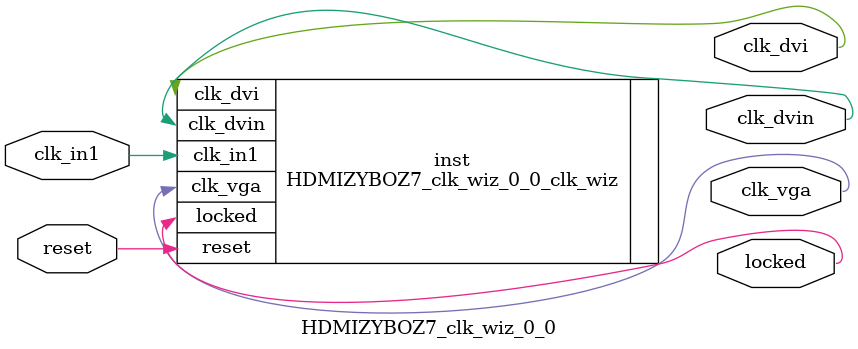
<source format=v>


`timescale 1ps/1ps

(* CORE_GENERATION_INFO = "HDMIZYBOZ7_clk_wiz_0_0,clk_wiz_v6_0_3_0_0,{component_name=HDMIZYBOZ7_clk_wiz_0_0,use_phase_alignment=true,use_min_o_jitter=false,use_max_i_jitter=false,use_dyn_phase_shift=false,use_inclk_switchover=false,use_dyn_reconfig=false,enable_axi=0,feedback_source=FDBK_AUTO,PRIMITIVE=MMCM,num_out_clk=3,clkin1_period=10.000,clkin2_period=10.000,use_power_down=false,use_reset=true,use_locked=true,use_inclk_stopped=false,feedback_type=SINGLE,CLOCK_MGR_TYPE=NA,manual_override=false}" *)

module HDMIZYBOZ7_clk_wiz_0_0 
 (
  // Clock out ports
  output        clk_vga,
  output        clk_dvi,
  output        clk_dvin,
  // Status and control signals
  input         reset,
  output        locked,
 // Clock in ports
  input         clk_in1
 );

  HDMIZYBOZ7_clk_wiz_0_0_clk_wiz inst
  (
  // Clock out ports  
  .clk_vga(clk_vga),
  .clk_dvi(clk_dvi),
  .clk_dvin(clk_dvin),
  // Status and control signals               
  .reset(reset), 
  .locked(locked),
 // Clock in ports
  .clk_in1(clk_in1)
  );

endmodule

</source>
